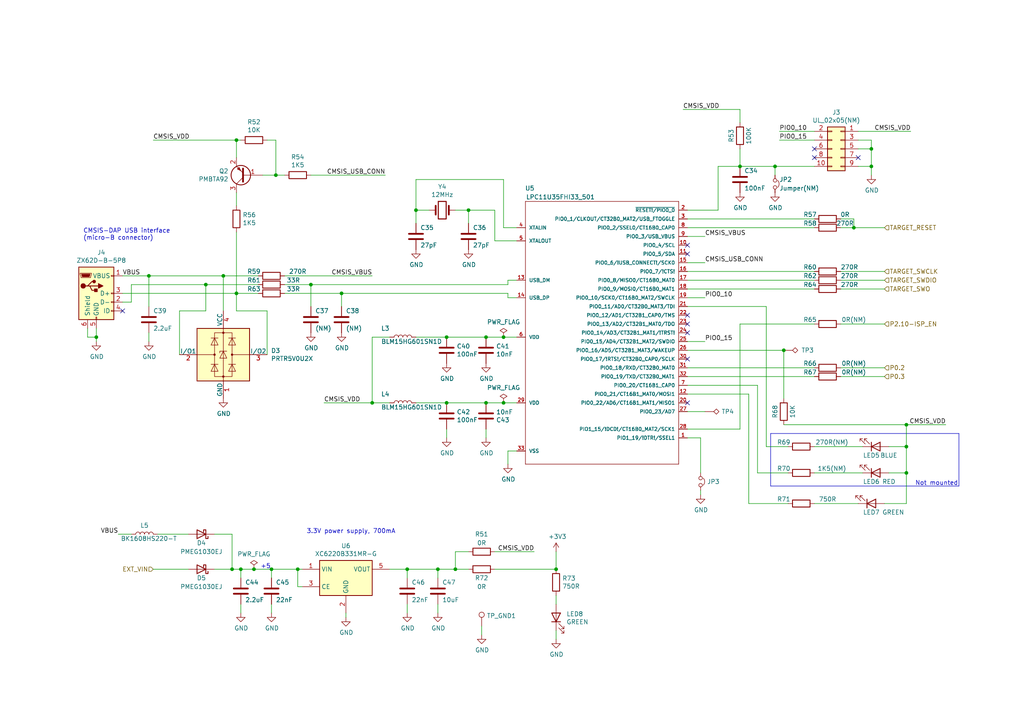
<source format=kicad_sch>
(kicad_sch (version 20230121) (generator eeschema)
  (paper "A4")
  (title_block (title "Módulo Stick LPC1769") (date "2019-10-09") (rev "v1.0") (company "Sistemas de Representacion UTN-FRBA") (comment 1 "DOCENTES: Fernando Aló/Franco Delconte") (comment 2 "CURSO: R1032") (comment 3 "ALUMNO: Jonathan Yujra"))
  (junction (at 43.18 80.01))
  (junction (at 262.89 123.19))
  (junction (at 107.95 116.84))
  (junction (at 78.74 165.1))
  (junction (at 80.01 50.8))
  (junction (at 132.08 165.1))
  (junction (at 127 165.1))
  (junction (at 69.85 165.1))
  (junction (at 262.89 129.54))
  (junction (at 99.06 85.09))
  (junction (at 59.69 82.55))
  (junction (at 120.65 60.96))
  (junction (at 129.54 97.79))
  (junction (at 118.11 165.1))
  (junction (at 27.94 97.79))
  (junction (at 262.89 137.16))
  (junction (at 129.54 116.84))
  (junction (at 252.73 48.26))
  (junction (at 73.66 165.1))
  (junction (at 135.89 60.96))
  (junction (at 64.77 80.01))
  (junction (at 214.63 48.26))
  (junction (at 68.58 40.64))
  (junction (at 161.29 165.1))
  (junction (at 90.17 82.55))
  (junction (at 252.73 43.18))
  (junction (at 140.97 97.79))
  (junction (at 146.05 97.79))
  (junction (at 86.36 165.1))
  (junction (at 224.79 48.26))
  (junction (at 146.05 116.84))
  (junction (at 68.58 85.09))
  (junction (at 140.97 116.84))
  (junction (at 247.65 66.04))
  (junction (at 67.31 165.1))
  (junction (at 227.33 101.6))
  (no_connect (at 199.39 91.44))
  (no_connect (at 199.39 71.12))
  (no_connect (at 199.39 96.52))
  (no_connect (at 236.22 43.18))
  (no_connect (at 199.39 104.14))
  (no_connect (at 35.56 90.17))
  (no_connect (at 236.22 45.72))
  (no_connect (at 199.39 93.98))
  (no_connect (at 248.92 45.72))
  (no_connect (at 199.39 73.66))
  (no_connect (at 199.39 116.84))
  (wire (pts (xy 69.85 175.26) (xy 69.85 177.8)))
  (wire (pts (xy 74.93 82.55) (xy 59.69 82.55)))
  (wire (pts (xy 208.28 60.96) (xy 199.39 60.96)))
  (wire (pts (xy 226.06 38.1) (xy 236.22 38.1)))
  (wire (pts (xy 204.47 68.58) (xy 199.39 68.58)))
  (wire (pts (xy 262.89 129.54) (xy 257.81 129.54)))
  (wire (pts (xy 149.86 86.36) (xy 147.32 86.36)))
  (polyline (pts (xy 278.13 140.97) (xy 223.52 140.97)))
  (wire (pts (xy 107.95 97.79) (xy 107.95 116.84)))
  (wire (pts (xy 127 165.1) (xy 132.08 165.1)))
  (wire (pts (xy 59.69 90.17) (xy 52.07 90.17)))
  (wire (pts (xy 149.86 66.04) (xy 146.05 66.04)))
  (wire (pts (xy 68.58 90.17) (xy 77.47 90.17)))
  (wire (pts (xy 27.94 97.79) (xy 25.4 97.79)))
  (wire (pts (xy 90.17 50.8) (xy 111.76 50.8)))
  (wire (pts (xy 203.2 127) (xy 199.39 127)))
  (wire (pts (xy 64.77 90.17) (xy 64.77 80.01)))
  (wire (pts (xy 236.22 109.22) (xy 199.39 109.22)))
  (wire (pts (xy 262.89 129.54) (xy 262.89 137.16)))
  (wire (pts (xy 74.93 85.09) (xy 68.58 85.09)))
  (wire (pts (xy 224.79 48.26) (xy 224.79 50.8)))
  (wire (pts (xy 86.36 165.1) (xy 86.36 170.18)))
  (wire (pts (xy 147.32 81.28) (xy 147.32 82.55)))
  (wire (pts (xy 68.58 55.88) (xy 68.58 59.69)))
  (wire (pts (xy 143.51 60.96) (xy 135.89 60.96)))
  (wire (pts (xy 243.84 63.5) (xy 247.65 63.5)))
  (wire (pts (xy 147.32 86.36) (xy 147.32 85.09)))
  (wire (pts (xy 214.63 31.75) (xy 198.12 31.75)))
  (wire (pts (xy 68.58 40.64) (xy 68.58 45.72)))
  (wire (pts (xy 199.39 124.46) (xy 214.63 124.46)))
  (wire (pts (xy 67.31 154.94) (xy 67.31 165.1)))
  (wire (pts (xy 248.92 40.64) (xy 252.73 40.64)))
  (wire (pts (xy 113.03 97.79) (xy 107.95 97.79)))
  (wire (pts (xy 127 177.8) (xy 127 175.26)))
  (wire (pts (xy 80.01 40.64) (xy 80.01 50.8)))
  (wire (pts (xy 149.86 69.85) (xy 143.51 69.85)))
  (wire (pts (xy 228.6 129.54) (xy 222.25 129.54)))
  (wire (pts (xy 250.19 129.54) (xy 236.22 129.54)))
  (wire (pts (xy 80.01 50.8) (xy 76.2 50.8)))
  (wire (pts (xy 146.05 97.79) (xy 149.86 97.79)))
  (wire (pts (xy 27.94 95.25) (xy 27.94 97.79)))
  (wire (pts (xy 59.69 82.55) (xy 38.1 82.55)))
  (wire (pts (xy 250.19 137.16) (xy 236.22 137.16)))
  (wire (pts (xy 43.18 99.06) (xy 43.18 96.52)))
  (wire (pts (xy 127 167.64) (xy 127 165.1)))
  (wire (pts (xy 44.45 165.1) (xy 54.61 165.1)))
  (wire (pts (xy 147.32 82.55) (xy 90.17 82.55)))
  (wire (pts (xy 214.63 48.26) (xy 208.28 48.26)))
  (wire (pts (xy 256.54 109.22) (xy 243.84 109.22)))
  (wire (pts (xy 161.29 160.02) (xy 161.29 165.1)))
  (wire (pts (xy 228.6 137.16) (xy 219.71 137.16)))
  (wire (pts (xy 68.58 67.31) (xy 68.58 85.09)))
  (wire (pts (xy 274.32 123.19) (xy 262.89 123.19)))
  (wire (pts (xy 226.06 40.64) (xy 236.22 40.64)))
  (wire (pts (xy 27.94 99.06) (xy 27.94 97.79)))
  (wire (pts (xy 217.17 114.3) (xy 199.39 114.3)))
  (wire (pts (xy 214.63 48.26) (xy 214.63 43.18)))
  (wire (pts (xy 67.31 165.1) (xy 69.85 165.1)))
  (wire (pts (xy 247.65 66.04) (xy 243.84 66.04)))
  (wire (pts (xy 135.89 165.1) (xy 132.08 165.1)))
  (wire (pts (xy 224.79 48.26) (xy 214.63 48.26)))
  (wire (pts (xy 146.05 116.84) (xy 149.86 116.84)))
  (wire (pts (xy 124.46 60.96) (xy 120.65 60.96)))
  (wire (pts (xy 140.97 116.84) (xy 146.05 116.84)))
  (wire (pts (xy 236.22 81.28) (xy 199.39 81.28)))
  (wire (pts (xy 52.07 90.17) (xy 52.07 102.87)))
  (wire (pts (xy 161.29 165.1) (xy 143.51 165.1)))
  (wire (pts (xy 69.85 40.64) (xy 68.58 40.64)))
  (wire (pts (xy 45.72 154.94) (xy 54.61 154.94)))
  (wire (pts (xy 78.74 177.8) (xy 78.74 175.26)))
  (wire (pts (xy 222.25 88.9) (xy 222.25 129.54)))
  (wire (pts (xy 25.4 97.79) (xy 25.4 95.25)))
  (wire (pts (xy 99.06 88.9) (xy 99.06 85.09)))
  (wire (pts (xy 161.29 182.88) (xy 161.29 185.42)))
  (wire (pts (xy 252.73 48.26) (xy 252.73 43.18)))
  (wire (pts (xy 243.84 78.74) (xy 256.54 78.74)))
  (wire (pts (xy 86.36 165.1) (xy 87.63 165.1)))
  (wire (pts (xy 252.73 43.18) (xy 248.92 43.18)))
  (wire (pts (xy 243.84 106.68) (xy 256.54 106.68)))
  (wire (pts (xy 147.32 130.81) (xy 149.86 130.81)))
  (wire (pts (xy 243.84 83.82) (xy 256.54 83.82)))
  (wire (pts (xy 214.63 93.98) (xy 236.22 93.98)))
  (wire (pts (xy 222.25 88.9) (xy 199.39 88.9)))
  (wire (pts (xy 203.2 137.16) (xy 203.2 127)))
  (wire (pts (xy 68.58 85.09) (xy 35.56 85.09)))
  (wire (pts (xy 35.56 80.01) (xy 43.18 80.01)))
  (wire (pts (xy 199.39 99.06) (xy 204.47 99.06)))
  (wire (pts (xy 86.36 170.18) (xy 87.63 170.18)))
  (wire (pts (xy 236.22 48.26) (xy 224.79 48.26)))
  (wire (pts (xy 199.39 119.38) (xy 204.47 119.38)))
  (wire (pts (xy 139.7 181.61) (xy 139.7 184.15)))
  (wire (pts (xy 69.85 167.64) (xy 69.85 165.1)))
  (wire (pts (xy 99.06 85.09) (xy 82.55 85.09)))
  (wire (pts (xy 236.22 106.68) (xy 199.39 106.68)))
  (wire (pts (xy 120.65 60.96) (xy 120.65 64.77)))
  (wire (pts (xy 82.55 80.01) (xy 107.95 80.01)))
  (wire (pts (xy 161.29 172.72) (xy 161.29 175.26)))
  (wire (pts (xy 199.39 76.2) (xy 204.47 76.2)))
  (wire (pts (xy 228.6 146.05) (xy 217.17 146.05)))
  (wire (pts (xy 262.89 123.19) (xy 262.89 129.54)))
  (wire (pts (xy 38.1 82.55) (xy 38.1 87.63)))
  (wire (pts (xy 208.28 48.26) (xy 208.28 60.96)))
  (wire (pts (xy 247.65 63.5) (xy 247.65 66.04)))
  (wire (pts (xy 217.17 146.05) (xy 217.17 114.3)))
  (wire (pts (xy 140.97 97.79) (xy 129.54 97.79)))
  (wire (pts (xy 199.39 66.04) (xy 236.22 66.04)))
  (wire (pts (xy 227.33 123.19) (xy 262.89 123.19)))
  (wire (pts (xy 77.47 90.17) (xy 77.47 102.87)))
  (polyline (pts (xy 223.52 140.97) (xy 223.52 125.73)))
  (wire (pts (xy 262.89 137.16) (xy 257.81 137.16)))
  (wire (pts (xy 203.2 142.24) (xy 203.2 143.51)))
  (wire (pts (xy 43.18 80.01) (xy 64.77 80.01)))
  (wire (pts (xy 69.85 165.1) (xy 73.66 165.1)))
  (wire (pts (xy 113.03 165.1) (xy 118.11 165.1)))
  (wire (pts (xy 248.92 38.1) (xy 264.16 38.1)))
  (wire (pts (xy 256.54 93.98) (xy 243.84 93.98)))
  (wire (pts (xy 236.22 78.74) (xy 199.39 78.74)))
  (wire (pts (xy 140.97 124.46) (xy 140.97 127)))
  (polyline (pts (xy 278.13 125.73) (xy 278.13 140.97)))
  (wire (pts (xy 199.39 101.6) (xy 227.33 101.6)))
  (wire (pts (xy 256.54 81.28) (xy 243.84 81.28)))
  (wire (pts (xy 73.66 165.1) (xy 78.74 165.1)))
  (wire (pts (xy 100.33 177.8) (xy 100.33 179.07)))
  (wire (pts (xy 78.74 167.64) (xy 78.74 165.1)))
  (wire (pts (xy 214.63 124.46) (xy 214.63 93.98)))
  (wire (pts (xy 90.17 88.9) (xy 90.17 82.55)))
  (wire (pts (xy 199.39 86.36) (xy 204.47 86.36)))
  (wire (pts (xy 147.32 130.81) (xy 147.32 134.62)))
  (wire (pts (xy 68.58 90.17) (xy 68.58 85.09)))
  (wire (pts (xy 118.11 165.1) (xy 127 165.1)))
  (wire (pts (xy 219.71 111.76) (xy 219.71 137.16)))
  (wire (pts (xy 135.89 60.96) (xy 135.89 64.77)))
  (wire (pts (xy 129.54 124.46) (xy 129.54 127)))
  (wire (pts (xy 107.95 116.84) (xy 113.03 116.84)))
  (wire (pts (xy 129.54 116.84) (xy 120.65 116.84)))
  (wire (pts (xy 143.51 160.02) (xy 154.94 160.02)))
  (wire (pts (xy 59.69 90.17) (xy 59.69 82.55)))
  (wire (pts (xy 78.74 165.1) (xy 86.36 165.1)))
  (wire (pts (xy 248.92 146.05) (xy 236.22 146.05)))
  (wire (pts (xy 132.08 160.02) (xy 135.89 160.02)))
  (wire (pts (xy 82.55 50.8) (xy 80.01 50.8)))
  (wire (pts (xy 256.54 66.04) (xy 247.65 66.04)))
  (wire (pts (xy 140.97 97.79) (xy 146.05 97.79)))
  (wire (pts (xy 147.32 85.09) (xy 99.06 85.09)))
  (wire (pts (xy 38.1 87.63) (xy 35.56 87.63)))
  (wire (pts (xy 62.23 154.94) (xy 67.31 154.94)))
  (wire (pts (xy 43.18 88.9) (xy 43.18 80.01)))
  (wire (pts (xy 248.92 48.26) (xy 252.73 48.26)))
  (wire (pts (xy 93.98 116.84) (xy 107.95 116.84)))
  (wire (pts (xy 236.22 83.82) (xy 199.39 83.82)))
  (wire (pts (xy 227.33 101.6) (xy 227.33 115.57)))
  (wire (pts (xy 214.63 35.56) (xy 214.63 31.75)))
  (wire (pts (xy 135.89 60.96) (xy 132.08 60.96)))
  (wire (pts (xy 77.47 40.64) (xy 80.01 40.64)))
  (wire (pts (xy 74.93 80.01) (xy 64.77 80.01)))
  (wire (pts (xy 118.11 177.8) (xy 118.11 175.26)))
  (wire (pts (xy 118.11 167.64) (xy 118.11 165.1)))
  (wire (pts (xy 132.08 165.1) (xy 132.08 160.02)))
  (wire (pts (xy 149.86 81.28) (xy 147.32 81.28)))
  (wire (pts (xy 67.31 165.1) (xy 62.23 165.1)))
  (wire (pts (xy 236.22 63.5) (xy 199.39 63.5)))
  (wire (pts (xy 38.1 154.94) (xy 34.29 154.94)))
  (wire (pts (xy 146.05 66.04) (xy 146.05 52.07)))
  (wire (pts (xy 252.73 48.26) (xy 252.73 50.8)))
  (wire (pts (xy 129.54 116.84) (xy 140.97 116.84)))
  (wire (pts (xy 252.73 40.64) (xy 252.73 43.18)))
  (wire (pts (xy 262.89 146.05) (xy 256.54 146.05)))
  (wire (pts (xy 146.05 52.07) (xy 120.65 52.07)))
  (polyline (pts (xy 223.52 125.73) (xy 278.13 125.73)))
  (wire (pts (xy 219.71 111.76) (xy 199.39 111.76)))
  (wire (pts (xy 68.58 40.64) (xy 44.45 40.64)))
  (wire (pts (xy 143.51 69.85) (xy 143.51 60.96)))
  (wire (pts (xy 262.89 137.16) (xy 262.89 146.05)))
  (wire (pts (xy 120.65 52.07) (xy 120.65 60.96)))
  (wire (pts (xy 129.54 97.79) (xy 120.65 97.79)))
  (wire (pts (xy 90.17 82.55) (xy 82.55 82.55)))
  (text "CMSIS-DAP USB interface\n(micro-B connector)" (at 24.13 69.85 0) (effects (font (size 1.27 1.27)) (justify left bottom)))
  (text "+5\n" (at 75.565 165.1 0) (effects (font (size 1.27 1.27)) (justify left bottom)))
  (text "3.3V power supply, 700mA" (at 88.9 154.94 0) (effects (font (size 1.27 1.27)) (justify left bottom)))
  (text "Not mounted\n" (at 265.43 140.97 0) (effects (font (size 1.27 1.27)) (justify left bottom)))
  (label "PIO0_15" (at 226.06 40.64 0))
  (label "CMSIS_VDD" (at 44.45 40.64 0))
  (label "PIO0_10" (at 204.47 86.36 0))
  (label "CMSIS_USB_CONN" (at 204.47 76.2 0))
  (label "CMSIS_VBUS" (at 204.47 68.58 0))
  (label "CMSIS_VBUS" (at 107.95 80.01 180))
  (label "PIO0_15" (at 204.47 99.06 0))
  (label "PIO0_10" (at 226.06 38.1 0))
  (label "CMSIS_VDD" (at 154.94 160.02 180))
  (label "CMSIS_VDD" (at 93.98 116.84 0))
  (label "VBUS" (at 35.56 80.01 0))
  (label "CMSIS_VDD" (at 198.12 31.75 0))
  (label "VBUS" (at 34.29 154.94 180))
  (label "CMSIS_VDD" (at 264.16 38.1 180))
  (label "CMSIS_USB_CONN" (at 111.76 50.8 180))
  (label "CMSIS_VDD" (at 274.32 123.19 180))
  (hierarchical_label "TARGET_SWO" (shape input) (at 256.54 83.82 0))
  (hierarchical_label "P0.3" (shape input) (at 256.54 109.22 0))
  (hierarchical_label "P2.10-ISP_EN" (shape input) (at 256.54 93.98 0))
  (hierarchical_label "TARGET_RESET" (shape input) (at 256.54 66.04 0))
  (hierarchical_label "TARGET_SWCLK" (shape input) (at 256.54 78.74 0))
  (hierarchical_label "TARGET_SWDIO" (shape input) (at 256.54 81.28 0))
  (hierarchical_label "P0.2" (shape input) (at 256.54 106.68 0))
  (hierarchical_label "EXT_VIN" (shape input) (at 44.45 165.1 180))
  (symbol (lib_id "power:GND") (at 252.73 50.8 0) (unit 1)
    (property "Reference" "#PWR0113" (effects hide))
    (property "Value" "GND" (at 252.857 55.1942 0))
  )
  (symbol (lib_id "Device:C") (at 214.63 52.07 0) (unit 1)
    (property "Reference" "C34" (at 215.9 49.53 0) (effects (justify left)))
    (property "Value" "100nF" (at 215.9 54.61 0) (effects (justify left)))
    (property "Footprint" "Módulo Stick LPC1769:C_0603" (effects hide))
    (property "Datasheet" "https://api.kemet.com/component-edge/download/datasheet/C0603C104Z3VACTU.pdf" (effects hide))
    (property "Digi-Key P/N" "399-1100-1-ND" (effects hide))
    (property "Manufacturer" "KEMET" (effects hide))
    (property "Manufacturer P/N" "C0603C104Z3VACTU" (effects hide))
  )
  (symbol (lib_id "Device:R") (at 214.63 39.37 0) (unit 1)
    (property "Reference" "R53" (at 212.09 39.37 90))
    (property "Value" "100K" (at 217.17 39.37 90))
    (property "Footprint" "Módulo Stick LPC1769:R_0603" (effects hide))
    (property "Datasheet" "http://www.yageo.com/documents/recent/PYu-RC_Group_51_RoHS_L_10.pdf" (effects hide))
    (property "Digi-Key P/N" "311-100KGRCT-ND" (effects hide))
    (property "Manufacturer" "Yageo" (effects hide))
    (property "Manufacturer P/N" "RC0603JR-07100KL" (effects hide))
  )
  (symbol (lib_id "Modulo_Stick_LPC1769:LPC11U35FHI33_501") (at 175.26 99.06 0) (unit 1)
    (property "Reference" "U5" (at 153.67 54.61 0))
    (property "Value" "LPC11U35FHI33_501" (at 162.56 57.15 0))
    (property "Footprint" "Módulo Stick LPC1769:QFN65-8X8_M-33N" (effects hide))
    (property "Datasheet" "https://www.nxp.com/docs/en/data-sheet/LPC11U3X.pdf" (effects hide))
    (property "Manufacturer" "NXP USA Inc." (effects hide))
    (property "Manufacturer P/N" "LPC11U35FHI33/501" (effects hide))
    (property "Digi-Key P/N" "568-9586-ND" (effects hide))
  )
  (symbol (lib_id "power:GND") (at 147.32 134.62 0) (unit 1)
    (property "Reference" "#PWR0101" (effects hide))
    (property "Value" "GND" (at 147.447 139.0142 0))
  )
  (symbol (lib_id "Device:C") (at 140.97 101.6 0) (unit 1)
    (property "Reference" "C41" (at 143.891 100.4316 0) (effects (justify left)))
    (property "Value" "10nF" (at 143.891 102.743 0) (effects (justify left)))
    (property "Footprint" "Módulo Stick LPC1769:C_0603" (effects hide))
    (property "Datasheet" "https://api.kemet.com/component-edge/download/datasheet/C0603C104Z3VACTU.pdf" (effects hide))
    (property "Digi-Key P/N" "399-7840-1-ND" (effects hide))
    (property "Manufacturer" "KEMET" (effects hide))
    (property "Manufacturer P/N" "C0603C103K3RACTU" (effects hide))
  )
  (symbol (lib_id "Device:C") (at 129.54 101.6 0) (unit 1)
    (property "Reference" "C40" (at 132.461 100.4316 0) (effects (justify left)))
    (property "Value" "100nF" (at 132.461 102.743 0) (effects (justify left)))
    (property "Footprint" "Módulo Stick LPC1769:C_0603" (effects hide))
    (property "Datasheet" "https://api.kemet.com/component-edge/download/datasheet/C0603C104Z3VACTU.pdf" (effects hide))
    (property "Digi-Key P/N" "399-1100-1-ND" (effects hide))
    (property "Manufacturer" "KEMET" (effects hide))
    (property "Manufacturer P/N" "C0603C104Z3VACTU" (effects hide))
  )
  (symbol (lib_id "Device:C") (at 129.54 120.65 0) (unit 1)
    (property "Reference" "C42" (at 132.461 119.4816 0) (effects (justify left)))
    (property "Value" "100nF" (at 132.461 121.793 0) (effects (justify left)))
    (property "Footprint" "Módulo Stick LPC1769:C_0603" (effects hide))
    (property "Datasheet" "https://api.kemet.com/component-edge/download/datasheet/C0603C104Z3VACTU.pdf" (effects hide))
    (property "Digi-Key P/N" "399-1100-1-ND" (effects hide))
    (property "Manufacturer" "KEMET" (effects hide))
    (property "Manufacturer P/N" "C0603C104Z3VACTU" (effects hide))
  )
  (symbol (lib_id "Device:C") (at 140.97 120.65 0) (mirror x) (unit 1)
    (property "Reference" "C43" (at 143.891 121.8184 0) (effects (justify left)))
    (property "Value" "10nF" (at 143.891 119.507 0) (effects (justify left)))
    (property "Footprint" "Módulo Stick LPC1769:C_0603" (effects hide))
    (property "Datasheet" "https://api.kemet.com/component-edge/download/datasheet/C0603C104Z3VACTU.pdf" (effects hide))
    (property "Digi-Key P/N" "399-7840-1-ND" (effects hide))
    (property "Manufacturer" "KEMET" (effects hide))
    (property "Manufacturer P/N" "C0603C103K3RACTU" (effects hide))
  )
  (symbol (lib_id "Device:L") (at 116.84 97.79 90) (unit 1)
    (property "Reference" "L3" (at 111.76 95.25 90))
    (property "Value" "BLM15HG601SN1D" (at 119.38 99.06 90))
    (property "Footprint" "Inductors_SMD:L_0402" (effects hide))
    (property "Datasheet" "https://www.murata.com/en-global/products/productdata/8796740223006/ENFA0024.pdf" (effects hide))
    (property "Digi-Key P/N" "490-3998-1-ND" (effects hide))
    (property "Manufacturer" "NXP USA Inc (VA)" (effects hide))
    (property "Manufacturer P/N" "BLM15HG601SN1D" (effects hide))
  )
  (symbol (lib_id "Device:L") (at 116.84 116.84 90) (unit 1)
    (property "Reference" "L4" (at 111.76 114.3 90))
    (property "Value" "BLM15HG601SN1D" (at 119.38 118.11 90))
    (property "Footprint" "Inductors_SMD:L_0402" (effects hide))
    (property "Datasheet" "https://www.murata.com/en-global/products/productdata/8796740223006/ENFA0024.pdf" (effects hide))
    (property "Digi-Key P/N" "490-3998-1-ND" (effects hide))
    (property "Manufacturer" "NXP USA Inc (VA)" (effects hide))
    (property "Manufacturer P/N" "BLM15HG601SN1D" (effects hide))
  )
  (symbol (lib_id "Módulo Stick LPC1769-rescue:Jumper_NC_Small-Device") (at 224.79 53.34 270) (unit 1)
    (property "Reference" "JP2" (at 226.06 52.07 90) (effects (justify left)))
    (property "Value" "Jumper(NM)" (at 226.06 54.61 90) (effects (justify left)))
    (property "Footprint" "Pin_Headers:Pin_Header_Straight_1x02_Pitch2.54mm" (effects hide))
    (property "Digi-Key P/N" "-" (effects hide))
    (property "Manufacturer" "-" (effects hide))
    (property "Manufacturer P/N" "-" (effects hide))
  )
  (symbol (lib_id "power:GND") (at 129.54 105.41 0) (unit 1)
    (property "Reference" "#PWR0102" (effects hide))
    (property "Value" "GND" (at 129.667 109.8042 0))
  )
  (symbol (lib_id "power:GND") (at 140.97 105.41 0) (unit 1)
    (property "Reference" "#PWR0103" (effects hide))
    (property "Value" "GND" (at 141.097 109.8042 0))
  )
  (symbol (lib_id "power:GND") (at 129.54 127 0) (unit 1)
    (property "Reference" "#PWR0104" (effects hide))
    (property "Value" "GND" (at 129.667 131.3942 0))
  )
  (symbol (lib_id "power:GND") (at 140.97 127 0) (unit 1)
    (property "Reference" "#PWR0105" (effects hide))
    (property "Value" "GND" (at 141.097 131.3942 0))
  )
  (symbol (lib_id "Device:C") (at 118.11 171.45 0) (unit 1)
    (property "Reference" "C46" (at 119.38 168.91 0) (effects (justify left)))
    (property "Value" "22nF" (at 119.38 173.99 0) (effects (justify left)))
    (property "Footprint" "Módulo Stick LPC1769:C_0603" (effects hide))
    (property "Datasheet" "https://api.kemet.com/component-edge/download/datasheet/C0603C223K3RACTU.pdf" (effects hide))
    (property "Digi-Key P/N" "399-1094-1-ND" (effects hide))
    (property "Manufacturer" "KEMET" (effects hide))
    (property "Manufacturer P/N" "C0603C223K3RACTU" (effects hide))
  )
  (symbol (lib_id "Device:C") (at 127 171.45 0) (unit 1)
    (property "Reference" "C47" (at 128.27 168.91 0) (effects (justify left)))
    (property "Value" "10uF" (at 128.27 173.99 0) (effects (justify left)))
    (property "Footprint" "Módulo Stick LPC1769:C_0805" (effects hide))
    (property "Datasheet" "https://api.kemet.com/component-edge/download/datasheet/C0805C106K3PAC7800.pdf" (effects hide))
    (property "Digi-Key P/N" "399-11939-1-ND" (effects hide))
    (property "Manufacturer" "KEMET" (effects hide))
    (property "Manufacturer P/N" "C0805C106K3PAC7800" (effects hide))
  )
  (symbol (lib_id "Módulo Stick LPC1769-rescue:USB_B_Micro-Connector") (at 27.94 85.09 0) (unit 1)
    (property "Reference" "J4" (at 29.3878 73.2282 0))
    (property "Value" "ZX62D-B-5P8" (at 29.3878 75.5396 0))
    (property "Footprint" "Connectors:USB_Micro-B" (effects hide))
    (property "Datasheet" "https://www.amphenol-icc.com/media/wysiwyg/files/drawing/10118193.pdf" (effects hide))
    (property "Manufacturer" "Amphenol ICC (FCI)" (effects hide))
    (property "Manufacturer P/N" "10118193-0001LF" (effects hide))
    (property "Digi-Key P/N" "609-4616-2-ND" (effects hide))
  )
  (symbol (lib_id "Device:C") (at 78.74 171.45 0) (unit 1)
    (property "Reference" "C45" (at 80.01 168.91 0) (effects (justify left)))
    (property "Value" "22nF" (at 80.01 173.99 0) (effects (justify left)))
    (property "Footprint" "Módulo Stick LPC1769:C_0603" (effects hide))
    (property "Datasheet" "https://api.kemet.com/component-edge/download/datasheet/C0603C223K3RACTU.pdf" (effects hide))
    (property "Digi-Key P/N" "399-1094-1-ND" (effects hide))
    (property "Manufacturer" "KEMET" (effects hide))
    (property "Manufacturer P/N" "C0603C223K3RACTU" (effects hide))
  )
  (symbol (lib_id "Device:C") (at 69.85 171.45 0) (unit 1)
    (property "Reference" "C44" (at 71.12 168.91 0) (effects (justify left)))
    (property "Value" "2.2uF" (at 71.12 173.99 0) (effects (justify left)))
    (property "Footprint" "Módulo Stick LPC1769:C_0805" (effects hide))
    (property "Datasheet" "https://api.kemet.com/component-edge/download/datasheet/C0805C225K3RAC7800.pdf" (effects hide))
    (property "Digi-Key P/N" "399-11941-1-ND" (effects hide))
    (property "Manufacturer" "KEMET" (effects hide))
    (property "Manufacturer P/N" "C0805C225K3RAC7800" (effects hide))
  )
  (symbol (lib_id "Device:C") (at 99.06 92.71 0) (unit 1)
    (property "Reference" "C38" (at 100.33 90.17 0) (effects (justify left)))
    (property "Value" "(NM)" (at 100.33 95.25 0) (effects (justify left)))
    (property "Footprint" "Módulo Stick LPC1769:C_0603" (effects hide))
    (property "Digi-Key P/N" "-" (effects hide))
    (property "Manufacturer" "-" (effects hide))
    (property "Manufacturer P/N" "-" (effects hide))
  )
  (symbol (lib_id "Device:L") (at 41.91 154.94 90) (unit 1)
    (property "Reference" "L5" (at 41.91 152.4 90))
    (property "Value" "BK1608HS220-T" (at 43.18 156.21 90))
    (property "Footprint" "Inductors_SMD:L_0603" (effects hide))
    (property "Datasheet" "https://www.yuden.co.jp/productdata/catalog/mlci07_e.pdf" (effects hide))
    (property "Digi-Key P/N" "587-1869-1-ND" (effects hide))
    (property "Manufacturer" "SOURIAU-SUNBANK" (effects hide))
    (property "Manufacturer P/N" "BK1608HS220-T" (effects hide))
  )
  (symbol (lib_id "Device:C") (at 90.17 92.71 0) (unit 1)
    (property "Reference" "C37" (at 91.44 90.17 0) (effects (justify left)))
    (property "Value" "(NM)" (at 91.44 95.25 0) (effects (justify left)))
    (property "Footprint" "Módulo Stick LPC1769:C_0603" (effects hide))
    (property "Digi-Key P/N" "-" (effects hide))
    (property "Manufacturer" "-" (effects hide))
    (property "Manufacturer P/N" "-" (effects hide))
  )
  (symbol (lib_id "Device:D_Schottky") (at 58.42 154.94 180) (unit 1)
    (property "Reference" "D4" (at 58.42 157.48 0))
    (property "Value" "PMEG1030EJ" (at 58.42 160.02 0))
    (property "Footprint" "Diodes_SMD:D_SOD-323F" (effects hide))
    (property "Datasheet" "https://assets.nexperia.com/documents/data-sheet/PMEG1030EH_EJ.pdf" (effects hide))
    (property "Digi-Key P/N" "1727-3852-1-ND" (effects hide))
    (property "Manufacturer" "Nexperia USA Inc." (effects hide))
    (property "Manufacturer P/N" "PMEG1030EJ,115" (effects hide))
  )
  (symbol (lib_id "Device:D_Schottky") (at 58.42 165.1 180) (unit 1)
    (property "Reference" "D5" (at 58.42 167.64 0))
    (property "Value" "PMEG1030EJ" (at 58.42 170.18 0))
    (property "Footprint" "Diodes_SMD:D_SOD-323F" (effects hide))
    (property "Datasheet" "https://assets.nexperia.com/documents/data-sheet/PMEG1030EH_EJ.pdf" (effects hide))
    (property "Digi-Key P/N" "1727-3852-1-ND" (effects hide))
    (property "Manufacturer" "Nexperia USA Inc." (effects hide))
    (property "Manufacturer P/N" "PMEG1030EJ,115" (effects hide))
  )
  (symbol (lib_id "Device:R") (at 139.7 160.02 90) (unit 1)
    (property "Reference" "R51" (at 139.7 154.94 90))
    (property "Value" "0R" (at 139.7 157.48 90))
    (property "Footprint" "Módulo Stick LPC1769:R_0603" (effects hide))
    (property "Datasheet" "http://www.yageo.com/documents/recent/PYu-RC_Group_51_RoHS_L_10.pdf" (effects hide))
    (property "Digi-Key P/N" "311-0.0GRCT-ND" (effects hide))
    (property "Manufacturer" "Yageo" (effects hide))
    (property "Manufacturer P/N" "RC0603JR-070RL" (effects hide))
  )
  (symbol (lib_id "power:GND") (at 214.63 55.88 0) (unit 1)
    (property "Reference" "#PWR0114" (effects hide))
    (property "Value" "GND" (at 214.757 60.2742 0))
  )
  (symbol (lib_id "Device:R") (at 139.7 165.1 90) (unit 1)
    (property "Reference" "R72" (at 139.7 167.64 90))
    (property "Value" "0R" (at 139.7 170.18 90))
    (property "Footprint" "Módulo Stick LPC1769:R_0603" (effects hide))
    (property "Datasheet" "http://www.yageo.com/documents/recent/PYu-RC_Group_51_RoHS_L_10.pdf" (effects hide))
    (property "Digi-Key P/N" "311-0.0GRCT-ND" (effects hide))
    (property "Manufacturer" "Yageo" (effects hide))
    (property "Manufacturer P/N" "RC0603JR-070RL" (effects hide))
  )
  (symbol (lib_id "power:GND") (at 224.79 55.88 0) (unit 1)
    (property "Reference" "#PWR0115" (effects hide))
    (property "Value" "GND" (at 224.917 60.2742 0))
  )
  (symbol (lib_id "Device:R") (at 161.29 168.91 0) (unit 1)
    (property "Reference" "R73" (at 163.068 167.7416 0) (effects (justify left)))
    (property "Value" "750R" (at 163.068 170.053 0) (effects (justify left)))
    (property "Footprint" "Módulo Stick LPC1769:R_0603" (effects hide))
    (property "Datasheet" "http://www.yageo.com/documents/recent/PYu-RC_Group_51_RoHS_L_10.pdf" (effects hide))
    (property "Digi-Key P/N" "311-750GRCT-ND" (effects hide))
    (property "Manufacturer" "Yageo" (effects hide))
    (property "Manufacturer P/N" "RC0603JR-07750RL" (effects hide))
  )
  (symbol (lib_id "Device:LED") (at 161.29 179.07 90) (unit 1)
    (property "Reference" "LED8" (at 164.2872 178.0794 90) (effects (justify right)))
    (property "Value" "GREEN" (at 164.2872 180.3908 90) (effects (justify right)))
    (property "Footprint" "LEDs:LED_0603" (effects hide))
    (property "Datasheet" "https://www.we-online.de/web/en/index.php/download/media/07_electronic_components/download_center_1/application_notes_berichte/ano002_leds___the_future_of_horticultural_lighting/ANO002b_EN_LEDs_The_Future_of_Horticultural_Lighting.pdf" (effects hide))
    (property "Digi-Key P/N" "732-12017-1-ND" (effects hide))
    (property "Manufacturer" "Würth Elektronik" (effects hide))
    (property "Manufacturer P/N" "150060VS55040" (effects hide))
  )
  (symbol (lib_id "Connector:TestPoint") (at 139.7 181.61 0) (unit 1)
    (property "Reference" "TP_GND1" (at 141.1732 178.6128 0) (effects (justify left)))
    (property "Value" "TestPoint" (effects hide))
    (property "Footprint" "Módulo Stick LPC1769:TestPoint-SMD-S" (effects hide))
    (property "Digi-Key P/N" "-" (effects hide))
    (property "Manufacturer" "-" (effects hide))
    (property "Manufacturer P/N" "-" (effects hide))
  )
  (symbol (lib_id "Device:R") (at 78.74 82.55 270) (unit 1)
    (property "Reference" "R61" (at 73.66 81.28 90))
    (property "Value" "33R" (at 85.09 81.28 90))
    (property "Footprint" "Módulo Stick LPC1769:R_0603" (effects hide))
    (property "Datasheet" "http://www.yageo.com/documents/recent/PYu-RC_Group_51_RoHS_L_10.pdf" (effects hide))
    (property "Digi-Key P/N" "311-33GRCT-ND" (effects hide))
    (property "Manufacturer" "Yageo" (effects hide))
    (property "Manufacturer P/N" "RC0603JR-0733RL" (effects hide))
  )
  (symbol (lib_id "Device:R") (at 78.74 85.09 270) (unit 1)
    (property "Reference" "R63" (at 73.66 83.82 90))
    (property "Value" "33R" (at 85.09 83.82 90))
    (property "Footprint" "Módulo Stick LPC1769:R_0603" (effects hide))
    (property "Datasheet" "http://www.yageo.com/documents/recent/PYu-RC_Group_51_RoHS_L_10.pdf" (effects hide))
    (property "Digi-Key P/N" "311-33GRCT-ND" (effects hide))
    (property "Manufacturer" "Yageo" (effects hide))
    (property "Manufacturer P/N" "RC0603JR-0733RL" (effects hide))
  )
  (symbol (lib_id "Device:R") (at 78.74 80.01 270) (unit 1)
    (property "Reference" "R59" (at 73.66 78.74 90))
    (property "Value" "270R" (at 86.36 78.74 90))
    (property "Footprint" "Módulo Stick LPC1769:R_0603" (effects hide))
    (property "Datasheet" "http://www.yageo.com/documents/recent/PYu-RC_Group_51_RoHS_L_10.pdf" (effects hide))
    (property "Digi-Key P/N" "311-270GRCT-ND" (effects hide))
    (property "Manufacturer" "Yageo" (effects hide))
    (property "Manufacturer P/N" "RC0603JR-07270RL" (effects hide))
  )
  (symbol (lib_id "power:GND") (at 90.17 96.52 0) (unit 1)
    (property "Reference" "#PWR0106" (effects hide))
    (property "Value" "GND" (at 90.297 100.9142 0))
  )
  (symbol (lib_id "power:GND") (at 99.06 96.52 0) (unit 1)
    (property "Reference" "#PWR0107" (effects hide))
    (property "Value" "GND" (at 99.187 100.9142 0))
  )
  (symbol (lib_id "Device:C") (at 43.18 92.71 0) (unit 1)
    (property "Reference" "C39" (at 44.45 90.17 0) (effects (justify left)))
    (property "Value" "2.2uF" (at 44.45 95.25 0) (effects (justify left)))
    (property "Footprint" "Módulo Stick LPC1769:C_0805" (effects hide))
    (property "Datasheet" "https://api.kemet.com/component-edge/download/datasheet/C0805C225K3RAC7800.pdf" (effects hide))
    (property "Digi-Key P/N" "399-11941-1-ND" (effects hide))
    (property "Manufacturer" "KEMET" (effects hide))
    (property "Manufacturer P/N" "C0805C225K3RAC7800" (effects hide))
  )
  (symbol (lib_id "Power_Protection:PRTR5V0U2X") (at 64.77 102.87 0) (unit 1)
    (property "Reference" "D3" (at 78.5876 101.7016 0) (effects (justify left)))
    (property "Value" "PRTR5V0U2X" (at 78.5876 104.013 0) (effects (justify left)))
    (property "Footprint" "TO_SOT_Packages_SMD:SOT-143" (effects hide))
    (property "Datasheet" "https://assets.nexperia.com/documents/data-sheet/PRTR5V0U2X.pdf" (effects hide))
    (property "Digi-Key P/N" "1727-3884-1-ND" (effects hide))
    (property "Manufacturer" "Nexperia USA Inc." (effects hide))
    (property "Manufacturer P/N" "PRTR5V0U2X,215" (effects hide))
  )
  (symbol (lib_id "power:GND") (at 43.18 99.06 0) (unit 1)
    (property "Reference" "#PWR0108" (effects hide))
    (property "Value" "GND" (at 43.307 103.4542 0))
  )
  (symbol (lib_id "power:GND") (at 64.77 115.57 0) (unit 1)
    (property "Reference" "#PWR0110" (effects hide))
    (property "Value" "GND" (at 64.897 119.9642 0))
  )
  (symbol (lib_id "Device:C") (at 135.89 68.58 0) (unit 1)
    (property "Reference" "C36" (at 137.16 66.04 0) (effects (justify left)))
    (property "Value" "27pF" (at 137.16 71.12 0) (effects (justify left)))
    (property "Footprint" "Módulo Stick LPC1769:C_0603" (effects hide))
    (property "Datasheet" "https://api.kemet.com/component-edge/download/datasheet/C0603C270J5GACTU.pdf" (effects hide))
    (property "Digi-Key P/N" "399-1054-1-ND" (effects hide))
    (property "Manufacturer" "KEMET" (effects hide))
    (property "Manufacturer P/N" "C0603C270J5GACTU" (effects hide))
  )
  (symbol (lib_id "Device:C") (at 120.65 68.58 0) (unit 1)
    (property "Reference" "C35" (at 121.92 66.04 0) (effects (justify left)))
    (property "Value" "27pF" (at 121.92 71.12 0) (effects (justify left)))
    (property "Footprint" "Módulo Stick LPC1769:C_0603" (effects hide))
    (property "Datasheet" "https://api.kemet.com/component-edge/download/datasheet/C0603C270J5GACTU.pdf" (effects hide))
    (property "Digi-Key P/N" "399-1054-1-ND" (effects hide))
    (property "Manufacturer" "KEMET" (effects hide))
    (property "Manufacturer P/N" "C0603C270J5GACTU" (effects hide))
  )
  (symbol (lib_id "Device:Crystal") (at 128.27 60.96 0) (unit 1)
    (property "Reference" "Y4" (at 128.27 54.1528 0))
    (property "Value" "12MHz" (at 128.27 56.4642 0))
    (property "Footprint" "Crystals:Crystal_SMD_HC49-SD" (effects hide))
    (property "Datasheet" "https://ecsxtal.com/store/pdf/csm-7x.pdf" (effects hide))
    (property "Digi-Key P/N" "XC2080CT-ND" (effects hide))
    (property "Manufacturer" "ECS Inc." (effects hide))
    (property "Manufacturer P/N" "ECS-120-20-5PX-TR" (effects hide))
  )
  (symbol (lib_id "power:GND") (at 120.65 72.39 0) (unit 1)
    (property "Reference" "#PWR0111" (effects hide))
    (property "Value" "GND" (at 120.777 76.7842 0))
  )
  (symbol (lib_id "power:GND") (at 135.89 72.39 0) (unit 1)
    (property "Reference" "#PWR0112" (effects hide))
    (property "Value" "GND" (at 136.017 76.7842 0))
  )
  (symbol (lib_id "Device:R") (at 68.58 63.5 0) (unit 1)
    (property "Reference" "R56" (at 70.358 62.3316 0) (effects (justify left)))
    (property "Value" "1K5" (at 70.358 64.643 0) (effects (justify left)))
    (property "Footprint" "Módulo Stick LPC1769:R_0603" (effects hide))
    (property "Datasheet" "http://www.yageo.com/documents/recent/PYu-RC_Group_51_RoHS_L_10.pdf" (effects hide))
    (property "Digi-Key P/N" "311-1.5KGRCT-ND" (effects hide))
    (property "Manufacturer" "Yageo" (effects hide))
    (property "Manufacturer P/N" "RC0603JR-071K5L" (effects hide))
  )
  (symbol (lib_id "Device:R") (at 86.36 50.8 270) (unit 1)
    (property "Reference" "R54" (at 86.36 45.5422 90))
    (property "Value" "1K5" (at 86.36 47.8536 90))
    (property "Footprint" "Módulo Stick LPC1769:R_0603" (effects hide))
    (property "Datasheet" "http://www.yageo.com/documents/recent/PYu-RC_Group_51_RoHS_L_10.pdf" (effects hide))
    (property "Digi-Key P/N" "311-1.5KGRCT-ND" (effects hide))
    (property "Manufacturer" "Yageo" (effects hide))
    (property "Manufacturer P/N" "RC0603JR-071K5L" (effects hide))
  )
  (symbol (lib_id "Device:R") (at 73.66 40.64 270) (unit 1)
    (property "Reference" "R52" (at 73.66 35.3822 90))
    (property "Value" "10K" (at 73.66 37.6936 90))
    (property "Footprint" "Módulo Stick LPC1769:R_0603" (effects hide))
    (property "Datasheet" "http://www.yageo.com/documents/recent/PYu-RC_Group_51_RoHS_L_10.pdf" (effects hide))
    (property "Digi-Key P/N" "311-10KGRCT-ND" (effects hide))
    (property "Manufacturer" "Yageo" (effects hide))
    (property "Manufacturer P/N" "RC0603JR-0710KL" (effects hide))
  )
  (symbol (lib_id "Device:Q_PNP_BEC") (at 71.12 50.8 180) (unit 1)
    (property "Reference" "Q2" (at 66.2686 49.6316 0) (effects (justify left)))
    (property "Value" "PMBTA92" (at 66.2686 51.943 0) (effects (justify left)))
    (property "Footprint" "TO_SOT_Packages_SMD:SOT-23" (effects hide))
    (property "Datasheet" "https://assets.nexperia.com/documents/data-sheet/PMBTA92.pdf" (effects hide))
    (property "Manufacturer P/N" "PMBTA92,215" (effects hide))
    (property "Digi-Key P/N" "1727-2966-1-ND" (effects hide))
    (property "Manufacturer" "STMicroelectronics [CHP] (POP) (VA)" (effects hide))
  )
  (symbol (lib_id "Connector:TestPoint_Alt") (at 204.47 119.38 270) (unit 1)
    (property "Reference" "TP4" (at 209.2452 119.38 90) (effects (justify left)))
    (property "Value" "TestPoint" (effects hide))
    (property "Footprint" "Módulo Stick LPC1769:TestPoint-SMD-S" (effects hide))
    (property "Digi-Key P/N" "-" (effects hide))
    (property "Manufacturer" "-" (effects hide))
    (property "Manufacturer P/N" "-" (effects hide))
  )
  (symbol (lib_id "Device:R") (at 240.03 63.5 270) (unit 1)
    (property "Reference" "R57" (at 234.95 62.23 90))
    (property "Value" "0R" (at 245.11 62.23 90))
    (property "Footprint" "Módulo Stick LPC1769:R_0603" (effects hide))
    (property "Datasheet" "http://www.yageo.com/documents/recent/PYu-RC_Group_51_RoHS_L_10.pdf" (effects hide))
    (property "Digi-Key P/N" "311-0.0GRCT-ND" (effects hide))
    (property "Manufacturer" "Yageo" (effects hide))
    (property "Manufacturer P/N" "RC0603JR-070RL" (effects hide))
  )
  (symbol (lib_id "Device:R") (at 240.03 66.04 270) (unit 1)
    (property "Reference" "R58" (at 234.95 64.77 90))
    (property "Value" "270R" (at 245.11 64.77 90))
    (property "Footprint" "Módulo Stick LPC1769:R_0603" (effects hide))
    (property "Datasheet" "http://www.yageo.com/documents/recent/PYu-RC_Group_51_RoHS_L_10.pdf" (effects hide))
    (property "Digi-Key P/N" "311-270GRCT-ND" (effects hide))
    (property "Manufacturer" "Yageo" (effects hide))
    (property "Manufacturer P/N" "RC0603JR-07270RL" (effects hide))
  )
  (symbol (lib_id "Device:R") (at 240.03 78.74 270) (unit 1)
    (property "Reference" "R60" (at 234.95 77.47 90))
    (property "Value" "270R" (at 246.38 77.47 90))
    (property "Footprint" "Módulo Stick LPC1769:R_0603" (effects hide))
    (property "Datasheet" "http://www.yageo.com/documents/recent/PYu-RC_Group_51_RoHS_L_10.pdf" (effects hide))
    (property "Digi-Key P/N" "311-270GRCT-ND" (effects hide))
    (property "Manufacturer" "Yageo" (effects hide))
    (property "Manufacturer P/N" "RC0603JR-07270RL" (effects hide))
  )
  (symbol (lib_id "Device:R") (at 240.03 81.28 270) (unit 1)
    (property "Reference" "R62" (at 234.95 80.01 90))
    (property "Value" "270R" (at 246.38 80.01 90))
    (property "Footprint" "Módulo Stick LPC1769:R_0603" (effects hide))
    (property "Datasheet" "http://www.yageo.com/documents/recent/PYu-RC_Group_51_RoHS_L_10.pdf" (effects hide))
    (property "Digi-Key P/N" "311-270GRCT-ND" (effects hide))
    (property "Manufacturer" "Yageo" (effects hide))
    (property "Manufacturer P/N" "RC0603JR-07270RL" (effects hide))
  )
  (symbol (lib_id "Device:R") (at 240.03 83.82 270) (unit 1)
    (property "Reference" "R64" (at 234.95 82.55 90))
    (property "Value" "270R" (at 246.38 82.55 90))
    (property "Footprint" "Módulo Stick LPC1769:R_0603" (effects hide))
    (property "Datasheet" "http://www.yageo.com/documents/recent/PYu-RC_Group_51_RoHS_L_10.pdf" (effects hide))
    (property "Digi-Key P/N" "311-270GRCT-ND" (effects hide))
    (property "Manufacturer" "Yageo" (effects hide))
    (property "Manufacturer P/N" "RC0603JR-07270RL" (effects hide))
  )
  (symbol (lib_id "Device:R") (at 240.03 93.98 270) (unit 1)
    (property "Reference" "R65" (at 234.95 92.71 90))
    (property "Value" "0R(NM)" (at 247.65 92.71 90))
    (property "Footprint" "Módulo Stick LPC1769:R_0603" (effects hide))
    (property "Digi-Key P/N" "-" (effects hide))
    (property "Manufacturer" "-" (effects hide))
    (property "Manufacturer P/N" "-" (effects hide))
  )
  (symbol (lib_id "Device:R") (at 240.03 109.22 270) (unit 1)
    (property "Reference" "R67" (at 234.95 107.95 90))
    (property "Value" "0R(NM)" (at 247.65 107.95 90))
    (property "Footprint" "Módulo Stick LPC1769:R_0603" (effects hide))
    (property "Digi-Key P/N" "-" (effects hide))
    (property "Manufacturer" "-" (effects hide))
    (property "Manufacturer P/N" "-" (effects hide))
  )
  (symbol (lib_id "Device:R") (at 240.03 106.68 270) (unit 1)
    (property "Reference" "R66" (at 234.95 105.41 90))
    (property "Value" "0R(NM)" (at 247.65 105.41 90))
    (property "Footprint" "Módulo Stick LPC1769:R_0603" (effects hide))
    (property "Digi-Key P/N" "-" (effects hide))
    (property "Manufacturer" "-" (effects hide))
    (property "Manufacturer P/N" "-" (effects hide))
  )
  (symbol (lib_id "Connector_Generic:Conn_02x05_Odd_Even") (at 243.84 43.18 0) (mirror y) (unit 1)
    (property "Reference" "J3" (at 242.57 32.5882 0))
    (property "Value" "UL_02x05(NM)" (at 242.57 34.8996 0))
    (property "Footprint" "Módulo Stick LPC1769:M50-3600542" (effects hide))
    (property "Digi-Key P/N" "-" (effects hide))
    (property "Manufacturer" "-" (effects hide))
    (property "Manufacturer P/N" "-" (effects hide))
  )
  (symbol (lib_id "Device:R") (at 232.41 129.54 270) (unit 1)
    (property "Reference" "R69" (at 227.33 128.27 90))
    (property "Value" "270R(NM)" (at 241.3 128.27 90))
    (property "Footprint" "Módulo Stick LPC1769:R_0603" (effects hide))
    (property "Digi-Key P/N" "-" (effects hide))
    (property "Manufacturer" "-" (effects hide))
    (property "Manufacturer P/N" "-" (effects hide))
  )
  (symbol (lib_id "Device:R") (at 232.41 137.16 270) (unit 1)
    (property "Reference" "R70" (at 227.33 135.89 90))
    (property "Value" "1K5(NM)" (at 241.3 135.89 90))
    (property "Footprint" "Módulo Stick LPC1769:R_0603" (effects hide))
    (property "Digi-Key P/N" "-" (effects hide))
    (property "Manufacturer" "-" (effects hide))
    (property "Manufacturer P/N" "-" (effects hide))
  )
  (symbol (lib_id "Device:R") (at 232.41 146.05 270) (unit 1)
    (property "Reference" "R71" (at 227.33 144.78 90))
    (property "Value" "750R" (at 240.03 144.78 90))
    (property "Footprint" "Módulo Stick LPC1769:R_0603" (effects hide))
    (property "Datasheet" "http://www.yageo.com/documents/recent/PYu-RC_Group_51_RoHS_L_10.pdf" (effects hide))
    (property "Digi-Key P/N" "311-750GRCT-ND" (effects hide))
    (property "Manufacturer" "Yageo" (effects hide))
    (property "Manufacturer P/N" "RC0603JR-07750RL" (effects hide))
  )
  (symbol (lib_id "Device:LED") (at 254 129.54 0) (mirror x) (unit 1)
    (property "Reference" "LED5" (at 252.73 132.08 0))
    (property "Value" "BLUE" (at 257.81 132.08 0))
    (property "Footprint" "LEDs:LED_0603" (effects hide))
    (property "Datasheet" "https://www.we-online.de/web/en/index.php/download/media/07_electronic_components/download_center_1/application_notes_berichte/ano002_leds___the_future_of_horticultural_lighting/ANO002b_EN_LEDs_The_Future_of_Horticultural_Lighting.pdf" (effects hide))
    (property "Digi-Key P/N" "732-12013-1-ND" (effects hide))
    (property "Manufacturer" "Würth Elektronik" (effects hide))
    (property "Manufacturer P/N" "150060BS55040" (effects hide))
  )
  (symbol (lib_id "Device:LED") (at 254 137.16 0) (mirror x) (unit 1)
    (property "Reference" "LED6" (at 252.73 139.7 0))
    (property "Value" "RED" (at 257.81 139.7 0))
    (property "Footprint" "LEDs:LED_0603" (effects hide))
    (property "Datasheet" "https://www.we-online.de/web/en/index.php/download/media/07_electronic_components/download_center_1/application_notes_berichte/ano002_leds___the_future_of_horticultural_lighting/ANO002b_EN_LEDs_The_Future_of_Horticultural_Lighting.pdf" (effects hide))
    (property "Digi-Key P/N" "732-12015-1-ND" (effects hide))
    (property "Manufacturer" "Würth Elektronik" (effects hide))
    (property "Manufacturer P/N" "150060RS55040" (effects hide))
  )
  (symbol (lib_id "Device:LED") (at 252.73 146.05 0) (mirror x) (unit 1)
    (property "Reference" "LED7" (at 252.73 148.59 0))
    (property "Value" "GREEN" (at 259.08 148.59 0))
    (property "Footprint" "LEDs:LED_0603" (effects hide))
    (property "Datasheet" "https://www.we-online.de/web/en/index.php/download/media/07_electronic_components/download_center_1/application_notes_berichte/ano002_leds___the_future_of_horticultural_lighting/ANO002b_EN_LEDs_The_Future_of_Horticultural_Lighting.pdf" (effects hide))
    (property "Digi-Key P/N" "732-12017-1-ND" (effects hide))
    (property "Manufacturer" "Würth Elektronik" (effects hide))
    (property "Manufacturer P/N" "150060VS55040" (effects hide))
  )
  (symbol (lib_id "Device:R") (at 227.33 119.38 180) (unit 1)
    (property "Reference" "R68" (at 224.79 119.38 90))
    (property "Value" "10K" (at 229.87 119.38 90))
    (property "Footprint" "Módulo Stick LPC1769:R_0603" (effects hide))
    (property "Datasheet" "http://www.yageo.com/documents/recent/PYu-RC_Group_51_RoHS_L_10.pdf" (effects hide))
    (property "Digi-Key P/N" "311-10KGRCT-ND" (effects hide))
    (property "Manufacturer" "Yageo" (effects hide))
    (property "Manufacturer P/N" "RC0603JR-0710KL" (effects hide))
  )
  (symbol (lib_id "Módulo Stick LPC1769-rescue:+3.3V-power") (at 161.29 160.02 0) (unit 1)
    (property "Reference" "#PWR0117" (effects hide))
    (property "Value" "+3.3V" (at 161.671 155.6258 0))
  )
  (symbol (lib_id "power:GND") (at 161.29 185.42 0) (unit 1)
    (property "Reference" "#PWR0118" (effects hide))
    (property "Value" "GND" (at 161.417 189.8142 0))
  )
  (symbol (lib_id "power:GND") (at 139.7 184.15 0) (unit 1)
    (property "Reference" "#PWR0119" (effects hide))
    (property "Value" "GND" (at 139.827 188.5442 0))
  )
  (symbol (lib_id "power:GND") (at 100.33 179.07 0) (unit 1)
    (property "Reference" "#PWR0120" (effects hide))
    (property "Value" "GND" (at 100.457 183.4642 0))
  )
  (symbol (lib_id "power:GND") (at 118.11 177.8 0) (unit 1)
    (property "Reference" "#PWR0121" (effects hide))
    (property "Value" "GND" (at 118.237 182.1942 0))
  )
  (symbol (lib_id "power:GND") (at 127 177.8 0) (unit 1)
    (property "Reference" "#PWR0122" (effects hide))
    (property "Value" "GND" (at 127.127 182.1942 0))
  )
  (symbol (lib_id "power:GND") (at 78.74 177.8 0) (unit 1)
    (property "Reference" "#PWR0123" (effects hide))
    (property "Value" "GND" (at 78.867 182.1942 0))
  )
  (symbol (lib_id "power:GND") (at 69.85 177.8 0) (unit 1)
    (property "Reference" "#PWR0124" (effects hide))
    (property "Value" "GND" (at 69.977 182.1942 0))
  )
  (symbol (lib_id "Módulo Stick LPC1769-rescue:Jumper_NC_Small-Device") (at 203.2 139.7 270) (unit 1)
    (property "Reference" "JP3" (at 205.0796 139.7 90) (effects (justify left)))
    (property "Value" "Jumper" (effects hide))
    (property "Footprint" "Pin_Headers:Pin_Header_Straight_1x02_Pitch2.54mm_SMD_Pin1Right" (effects hide))
    (property "Datasheet" "https://cdn.harwin.com/pdfs/M50-363.pdf" (effects hide))
    (property "Digi-Key P/N" "952-3606-ND" (effects hide))
    (property "Manufacturer" "Harwin Inc." (effects hide))
    (property "Manufacturer P/N" "M50-3630242" (effects hide))
  )
  (symbol (lib_id "power:GND") (at 203.2 143.51 0) (unit 1)
    (property "Reference" "#PWR0116" (effects hide))
    (property "Value" "GND" (at 203.327 147.9042 0))
  )
  (symbol (lib_id "Modulo_Stick_LPC1769:XC6220B331MR-G") (at 100.33 167.64 0) (unit 1)
    (property "Reference" "U6" (at 100.33 158.3182 0))
    (property "Value" "XC6220B331MR-G" (at 100.33 160.6296 0))
    (property "Footprint" "Módulo Stick LPC1769:SOT-25" (effects hide))
    (property "Datasheet" "https://www.torexsemi.com/file/xc6220/XC6220.pdf" (effects hide))
    (property "Manufacturer P/N" "XC6220B331MR-G" (effects hide))
    (property "Digi-Key P/N" "893-1133-1-ND" (effects hide))
    (property "Manufacturer" "Torex Semiconductor Ldt" (effects hide))
  )
  (symbol (lib_id "power:PWR_FLAG") (at 73.66 165.1 0) (unit 1)
    (property "Reference" "#FLG0101" (effects hide))
    (property "Value" "PWR_FLAG" (at 73.66 160.7058 0))
  )
  (symbol (lib_id "power:GND") (at 27.94 99.06 0) (unit 1)
    (property "Reference" "#PWR0109" (effects hide))
    (property "Value" "GND" (at 28.067 103.4542 0))
  )
  (symbol (lib_id "power:PWR_FLAG") (at 146.05 97.79 0) (unit 1)
    (property "Reference" "#FLG0109" (effects hide))
    (property "Value" "PWR_FLAG" (at 146.05 93.3958 0))
  )
  (symbol (lib_id "power:PWR_FLAG") (at 146.05 116.84 0) (unit 1)
    (property "Reference" "#FLG0102" (effects hide))
    (property "Value" "PWR_FLAG" (at 146.05 112.4458 0))
  )
  (symbol (lib_id "Connector:TestPoint_Alt") (at 227.33 101.6 270) (unit 1)
    (property "Reference" "TP3" (at 232.41 101.6 90) (effects (justify left)))
    (property "Value" "TestPoint" (effects hide))
    (property "Footprint" "Módulo Stick LPC1769:TestPoint-SMD-S" (effects hide))
    (property "Digi-Key P/N" "-" (effects hide))
    (property "Manufacturer" "-" (effects hide))
    (property "Manufacturer P/N" "-" (effects hide))
    (instances (project "Módulo Stick LPC1769" (path "" (reference "TP3") (unit 1)) (path "" (reference "TP?") (unit 1))))
  )
)
</source>
